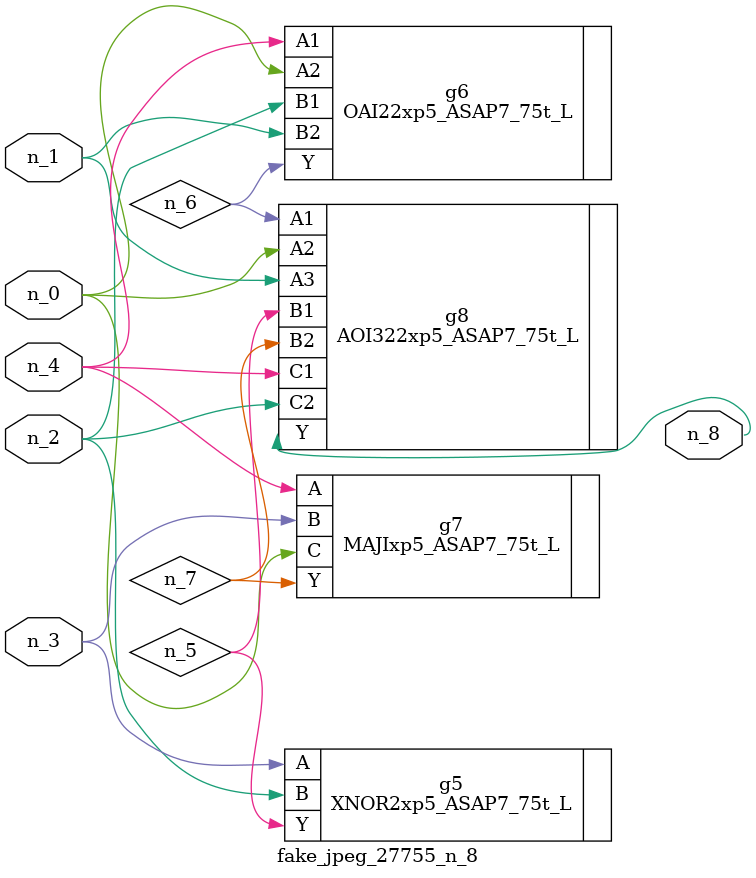
<source format=v>
module fake_jpeg_27755_n_8 (n_3, n_2, n_1, n_0, n_4, n_8);

input n_3;
input n_2;
input n_1;
input n_0;
input n_4;

output n_8;

wire n_6;
wire n_5;
wire n_7;

XNOR2xp5_ASAP7_75t_L g5 ( 
.A(n_3),
.B(n_2),
.Y(n_5)
);

OAI22xp5_ASAP7_75t_L g6 ( 
.A1(n_4),
.A2(n_0),
.B1(n_2),
.B2(n_1),
.Y(n_6)
);

MAJIxp5_ASAP7_75t_L g7 ( 
.A(n_4),
.B(n_3),
.C(n_0),
.Y(n_7)
);

AOI322xp5_ASAP7_75t_L g8 ( 
.A1(n_6),
.A2(n_0),
.A3(n_1),
.B1(n_5),
.B2(n_7),
.C1(n_4),
.C2(n_2),
.Y(n_8)
);


endmodule
</source>
